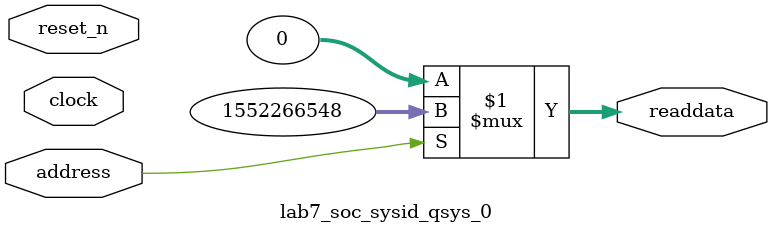
<source format=v>



// synthesis translate_off
`timescale 1ns / 1ps
// synthesis translate_on

// turn off superfluous verilog processor warnings 
// altera message_level Level1 
// altera message_off 10034 10035 10036 10037 10230 10240 10030 

module lab7_soc_sysid_qsys_0 (
               // inputs:
                address,
                clock,
                reset_n,

               // outputs:
                readdata
             )
;

  output  [ 31: 0] readdata;
  input            address;
  input            clock;
  input            reset_n;

  wire    [ 31: 0] readdata;
  //control_slave, which is an e_avalon_slave
  assign readdata = address ? 1552266548 : 0;

endmodule



</source>
